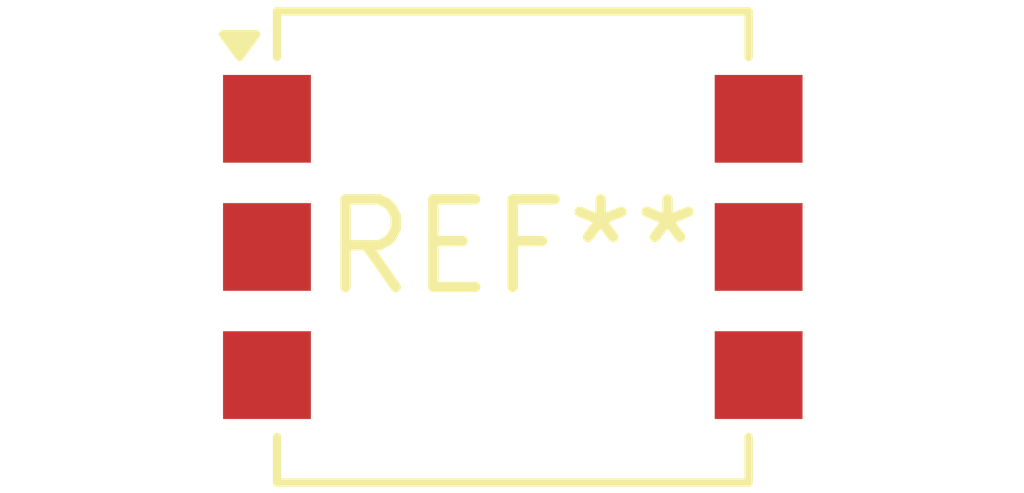
<source format=kicad_pcb>
(kicad_pcb (version 20240108) (generator pcbnew)
  (layers (0 "F.Cu" signal) (31 "B.Cu" signal) (34 "B.Paste" user) (35 "F.Paste" user) (36 "B.SilkS" user "B.Silkscreen") (37 "F.SilkS" user "F.Silkscreen") (38 "B.Mask" user) (39 "F.Mask" user) (44 "Edge.Cuts" user))
  (net 0 "")
  (footprint "Pulse_P0926NL" (layer "F.Cu") (at 0 0)
    (property "Reference" "REF**")
    (property "Value" "Pulse_P0926NL")
    (fp_line (start -3.41 -3.41) (end -3.41 -2.75) (layer "F.SilkS") (stroke (width 0.12)))
    (fp_line (start -3.41 -3.41) (end 3.41 -3.41) (layer "F.SilkS") (stroke (width 0.12)))
    (fp_line (start -3.41 3.41) (end -3.41 2.75) (layer "F.SilkS") (stroke (width 0.12)))
    (fp_line (start -3.41 3.41) (end 3.41 3.41) (layer "F.SilkS") (stroke (width 0.12)))
    (fp_line (start 3.41 -3.41) (end 3.41 -2.75) (layer "F.SilkS") (stroke (width 0.12)))
    (fp_line (start 3.41 3.41) (end 3.41 2.75) (layer "F.SilkS") (stroke (width 0.12)))
    (fp_poly (pts (xy -3.95 -2.75) (xy -4.19 -3.08) (xy -3.71 -3.08) (xy -3.95 -2.75)) (layer "F.SilkS") (stroke (width 0.12)) (fill solid))
    (pad "1" smd rect (at -3.555 -1.855) (size 1.27 1.27) (layers "F.Cu" "F.Paste" "F.Mask"))
    (pad "2" smd rect (at -3.555 0) (size 1.27 1.27) (layers "F.Cu" "F.Paste" "F.Mask"))
    (pad "3" smd rect (at -3.555 1.855) (size 1.27 1.27) (layers "F.Cu" "F.Paste" "F.Mask"))
    (pad "4" smd rect (at 3.555 1.855) (size 1.27 1.27) (layers "F.Cu" "F.Paste" "F.Mask"))
    (pad "5" smd rect (at 3.555 0) (size 1.27 1.27) (layers "F.Cu" "F.Paste" "F.Mask"))
    (pad "6" smd rect (at 3.555 -1.855) (size 1.27 1.27) (layers "F.Cu" "F.Paste" "F.Mask"))
  )
)
</source>
